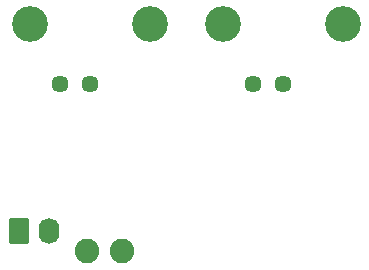
<source format=gbr>
%TF.GenerationSoftware,KiCad,Pcbnew,(5.99.0-11760-g13083c80c2)*%
%TF.CreationDate,2021-08-25T14:33:34-04:00*%
%TF.ProjectId,DigitimerPulseExtender_v3,44696769-7469-46d6-9572-50756c736545,rev?*%
%TF.SameCoordinates,Original*%
%TF.FileFunction,Soldermask,Bot*%
%TF.FilePolarity,Negative*%
%FSLAX46Y46*%
G04 Gerber Fmt 4.6, Leading zero omitted, Abs format (unit mm)*
G04 Created by KiCad (PCBNEW (5.99.0-11760-g13083c80c2)) date 2021-08-25 14:33:34*
%MOMM*%
%LPD*%
G01*
G04 APERTURE LIST*
G04 Aperture macros list*
%AMRoundRect*
0 Rectangle with rounded corners*
0 $1 Rounding radius*
0 $2 $3 $4 $5 $6 $7 $8 $9 X,Y pos of 4 corners*
0 Add a 4 corners polygon primitive as box body*
4,1,4,$2,$3,$4,$5,$6,$7,$8,$9,$2,$3,0*
0 Add four circle primitives for the rounded corners*
1,1,$1+$1,$2,$3*
1,1,$1+$1,$4,$5*
1,1,$1+$1,$6,$7*
1,1,$1+$1,$8,$9*
0 Add four rect primitives between the rounded corners*
20,1,$1+$1,$2,$3,$4,$5,0*
20,1,$1+$1,$4,$5,$6,$7,0*
20,1,$1+$1,$6,$7,$8,$9,0*
20,1,$1+$1,$8,$9,$2,$3,0*%
G04 Aperture macros list end*
%ADD10RoundRect,0.250000X-0.620000X-0.845000X0.620000X-0.845000X0.620000X0.845000X-0.620000X0.845000X0*%
%ADD11O,1.740000X2.190000*%
%ADD12C,1.446000*%
%ADD13C,3.015000*%
%ADD14C,2.082800*%
G04 APERTURE END LIST*
D10*
%TO.C,D1*%
X38912800Y-63291400D03*
D11*
X41452800Y-63291400D03*
%TD*%
D12*
%TO.C,J2*%
X42341800Y-50838332D03*
X44881800Y-50838332D03*
D13*
X49961800Y-45758332D03*
X39801800Y-45758332D03*
%TD*%
D14*
%TO.C,J1*%
X44704000Y-65024000D03*
X47599600Y-65024000D03*
%TD*%
D12*
%TO.C,J3*%
X58724800Y-50863732D03*
X61264800Y-50863732D03*
D13*
X66344800Y-45783732D03*
X56184800Y-45783732D03*
%TD*%
M02*

</source>
